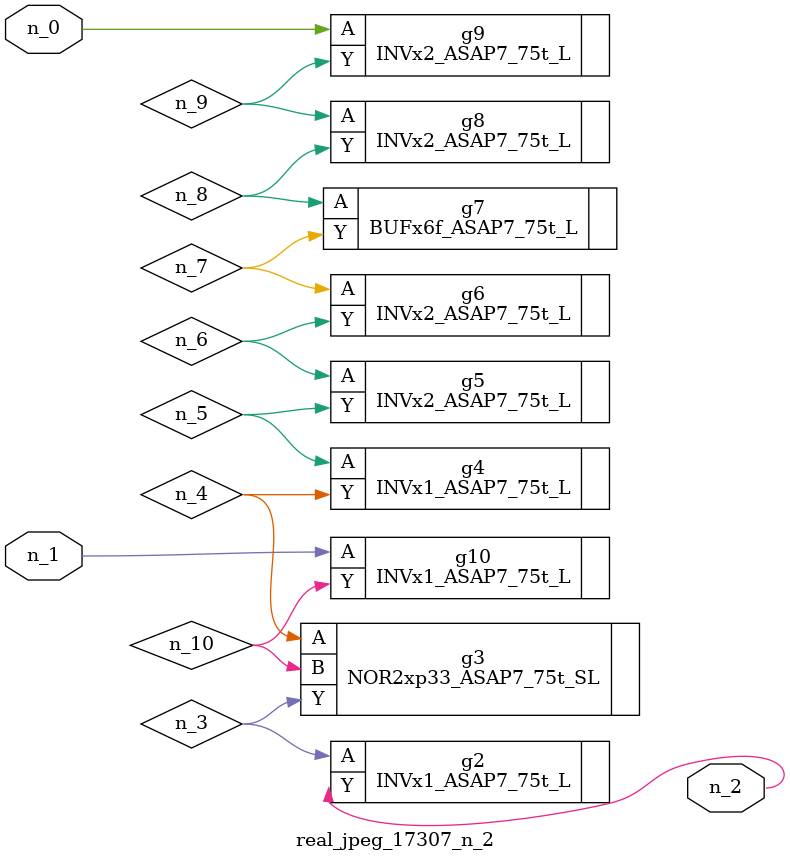
<source format=v>
module real_jpeg_17307_n_2 (n_1, n_0, n_2);

input n_1;
input n_0;

output n_2;

wire n_5;
wire n_4;
wire n_8;
wire n_6;
wire n_7;
wire n_3;
wire n_10;
wire n_9;

INVx2_ASAP7_75t_L g9 ( 
.A(n_0),
.Y(n_9)
);

INVx1_ASAP7_75t_L g10 ( 
.A(n_1),
.Y(n_10)
);

INVx1_ASAP7_75t_L g2 ( 
.A(n_3),
.Y(n_2)
);

NOR2xp33_ASAP7_75t_SL g3 ( 
.A(n_4),
.B(n_10),
.Y(n_3)
);

INVx1_ASAP7_75t_L g4 ( 
.A(n_5),
.Y(n_4)
);

INVx2_ASAP7_75t_L g5 ( 
.A(n_6),
.Y(n_5)
);

INVx2_ASAP7_75t_L g6 ( 
.A(n_7),
.Y(n_6)
);

BUFx6f_ASAP7_75t_L g7 ( 
.A(n_8),
.Y(n_7)
);

INVx2_ASAP7_75t_L g8 ( 
.A(n_9),
.Y(n_8)
);


endmodule
</source>
